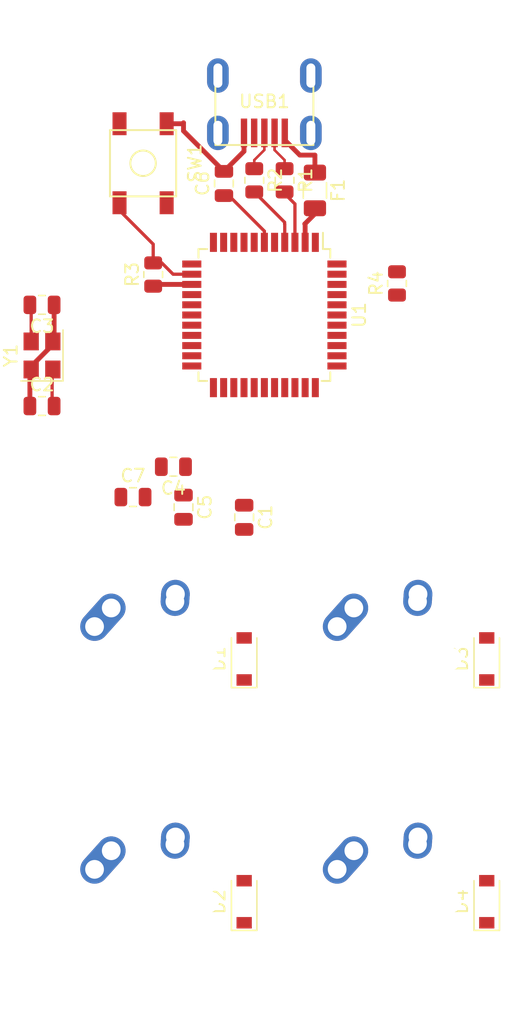
<source format=kicad_pcb>
(kicad_pcb (version 20211014) (generator pcbnew)
  (layers (0 "F.Cu" signal) (31 "B.Cu" signal) (34 "B.Paste" user) (35 "F.Paste" user) (36 "B.SilkS" user "B.Silkscreen") (37 "F.SilkS" user "F.Silkscreen") (38 "B.Mask" user) (39 "F.Mask" user) (44 "Edge.Cuts" user))
  (net 0 "")
  (net 1 "+5V")
  (net 2 "GND")
  (net 3 "Net-(C2-Pad2)")
  (net 4 "Net-(C3-Pad2)")
  (net 5 "Net-(C6-Pad1)")
  (net 6 "ROW0")
  (net 7 "Net-(D1-Pad2)")
  (net 8 "ROW1")
  (net 9 "Net-(D2-Pad2)")
  (net 10 "Net-(D3-Pad2)")
  (net 11 "Net-(D4-Pad2)")
  (net 12 "VCC")
  (net 13 "COL0")
  (net 14 "COL1")
  (net 15 "D-")
  (net 16 "Net-(R1-Pad2)")
  (net 17 "D+")
  (net 18 "Net-(R2-Pad2)")
  (net 19 "Net-(R3-Pad2)")
  (net 20 "Net-(R4-Pad1)")
  (footprint "MX_Alps_Hybrid:MX-1U-NoLED" (layer "F.Cu") (at 117.475 60.325)
    (fp_text reference "MX3")
    (fp_text value "MX-NoLED")
    (pad "" np_thru_hole circle locked (at -5.08 0 48.0996) (size 1.75 1.75) (drill 1.75) (layers *.Cu *.Mask))
    (pad "" np_thru_hole circle locked (at 5.08 0 48.0996) (size 1.75 1.75) (drill 1.75) (layers *.Cu *.Mask))
    (pad "" np_thru_hole circle locked (at 0 0) (size 3.9878 3.9878) (drill 3.9878) (layers *.Cu *.Mask))
    (pad "1" thru_hole circle locked (at -2.5 -4) (size 2.25 2.25) (drill 1.47) (layers *.Cu "B.Mask") (net 14 "COL1"))
    (pad "1" thru_hole oval locked (at -3.81 -2.54 48.0996) (size 4.211556 2.25) (drill 1.47 (offset 0.980778 0)) (layers *.Cu "B.Mask") (net 14 "COL1"))
    (pad "2" thru_hole oval locked (at 2.5 -4.5 86.0548) (size 2.831378 2.25) (drill 1.47 (offset 0.290689 0)) (layers *.Cu "B.Mask") (net 10 "Net-(D3-Pad2)"))
    (pad "2" thru_hole circle locked (at 2.54 -5.08) (size 2.25 2.25) (drill 1.47) (layers *.Cu "B.Mask") (net 10 "Net-(D3-Pad2)"))
  )
  (footprint "Diode_SMD:D_SOD-123" (layer "F.Cu") (at 125.4125 60.325 90)
    (fp_text reference "D3" (at 0 -2 90) (layer "F.SilkS"))
    (fp_text value "D_Small")
    (fp_line (start -2.25 -1) (end 1.65 -1) (layer "F.SilkS") (width 0.12))
    (fp_line (start -2.25 1) (end 1.65 1) (layer "F.SilkS") (width 0.12))
    (fp_line (start -2.25 -1) (end -2.25 1) (layer "F.SilkS") (width 0.12))
    (pad "1" smd rect (at -1.65 0 90) (size 0.9 1.2) (layers "F.Cu" "F.Paste" "F.Mask") (net 6 "ROW0"))
    (pad "2" smd rect (at 1.65 0 90) (size 0.9 1.2) (layers "F.Cu" "F.Paste" "F.Mask") (net 10 "Net-(D3-Pad2)"))
  )
  (footprint "MX_Alps_Hybrid:MX-1U-NoLED" (layer "F.Cu") (at 117.475 79.375)
    (fp_text reference "MX4")
    (fp_text value "MX-NoLED")
    (pad "" np_thru_hole circle locked (at 5.08 0 48.0996) (size 1.75 1.75) (drill 1.75) (layers *.Cu *.Mask))
    (pad "" np_thru_hole circle locked (at 0 0) (size 3.9878 3.9878) (drill 3.9878) (layers *.Cu *.Mask))
    (pad "" np_thru_hole circle locked (at -5.08 0 48.0996) (size 1.75 1.75) (drill 1.75) (layers *.Cu *.Mask))
    (pad "1" thru_hole circle locked (at -2.5 -4) (size 2.25 2.25) (drill 1.47) (layers *.Cu "B.Mask") (net 14 "COL1"))
    (pad "1" thru_hole oval locked (at -3.81 -2.54 48.0996) (size 4.211556 2.25) (drill 1.47 (offset 0.980778 0)) (layers *.Cu "B.Mask") (net 14 "COL1"))
    (pad "2" thru_hole circle locked (at 2.54 -5.08) (size 2.25 2.25) (drill 1.47) (layers *.Cu "B.Mask") (net 11 "Net-(D4-Pad2)"))
    (pad "2" thru_hole oval locked (at 2.5 -4.5 86.0548) (size 2.831378 2.25) (drill 1.47 (offset 0.290689 0)) (layers *.Cu "B.Mask") (net 11 "Net-(D4-Pad2)"))
  )
  (footprint "Capacitor_SMD:C_0805_2012Metric" (layer "F.Cu") (at 106.3625 49.2125 -90)
    (fp_text reference "C1" (at 0 -1.68 90) (layer "F.SilkS"))
    (fp_text value "0.1uF")
    (fp_line (start -0.261252 0.735) (end 0.261252 0.735) (layer "F.SilkS") (width 0.12))
    (fp_line (start -0.261252 -0.735) (end 0.261252 -0.735) (layer "F.SilkS") (width 0.12))
    (pad "1" smd roundrect (at -0.95 0 270) (size 1 1.45) (layers "F.Cu" "F.Paste" "F.Mask") (net 1 "+5V"))
    (pad "2" smd roundrect (at 0.95 0 270) (size 1 1.45) (layers "F.Cu" "F.Paste" "F.Mask") (net 2 "GND"))
  )
  (footprint "Crystal:Crystal_SMD_3225-4Pin_3.2x2.5mm" (layer "F.Cu") (at 90.4875 36.5125 90)
    (fp_text reference "Y1" (at 0 -2.45 90) (layer "F.SilkS"))
    (fp_text value "16MHz")
    (fp_line (start -2 -1.65) (end -2 1.65) (layer "F.SilkS") (width 0.12))
    (fp_line (start -2 1.65) (end 2 1.65) (layer "F.SilkS") (width 0.12))
    (pad "1" smd rect (at -1.1 0.85 90) (size 1.4 1.2) (layers "F.Cu" "F.Paste" "F.Mask") (net 3 "Net-(C2-Pad2)"))
    (pad "2" smd rect (at 1.1 0.85 90) (size 1.4 1.2) (layers "F.Cu" "F.Paste" "F.Mask") (net 2 "GND"))
    (pad "3" smd rect (at 1.1 -0.85 90) (size 1.4 1.2) (layers "F.Cu" "F.Paste" "F.Mask") (net 4 "Net-(C3-Pad2)"))
    (pad "4" smd rect (at -1.1 -0.85 90) (size 1.4 1.2) (layers "F.Cu" "F.Paste" "F.Mask") (net 2 "GND"))
  )
  (footprint "Capacitor_SMD:C_0805_2012Metric" (layer "F.Cu") (at 101.6 48.41875 -90)
    (fp_text reference "C5" (at 0 -1.68 90) (layer "F.SilkS"))
    (fp_text value "0.1uF")
    (fp_line (start -0.261252 0.735) (end 0.261252 0.735) (layer "F.SilkS") (width 0.12))
    (fp_line (start -0.261252 -0.735) (end 0.261252 -0.735) (layer "F.SilkS") (width 0.12))
    (pad "1" smd roundrect (at -0.95 0 270) (size 1 1.45) (layers "F.Cu" "F.Paste" "F.Mask") (net 1 "+5V"))
    (pad "2" smd roundrect (at 0.95 0 270) (size 1 1.45) (layers "F.Cu" "F.Paste" "F.Mask") (net 2 "GND"))
  )
  (footprint "Package_QFP:TQFP-44_10x10mm_P0.8mm" (layer "F.Cu") (at 107.95 33.3375 -90)
    (fp_text reference "U1" (at 0 -7.45 90) (layer "F.SilkS"))
    (fp_text value "ATmega32U4-A")
    (fp_line (start -5.175 -5.175) (end -5.175 -4.6) (layer "F.SilkS") (width 0.15))
    (fp_line (start 5.175 5.175) (end 5.175 4.5) (layer "F.SilkS") (width 0.15))
    (fp_line (start -5.175 5.175) (end -5.175 4.5) (layer "F.SilkS") (width 0.15))
    (fp_line (start -5.175 5.175) (end -4.5 5.175) (layer "F.SilkS") (width 0.15))
    (fp_line (start 5.175 -5.175) (end 4.5 -5.175) (layer "F.SilkS") (width 0.15))
    (fp_line (start -5.175 -5.175) (end -4.5 -5.175) (layer "F.SilkS") (width 0.15))
    (fp_line (start -5.175 -4.6) (end -6.45 -4.6) (layer "F.SilkS") (width 0.15))
    (fp_line (start 5.175 -5.175) (end 5.175 -4.5) (layer "F.SilkS") (width 0.15))
    (fp_line (start 5.175 5.175) (end 4.5 5.175) (layer "F.SilkS") (width 0.15))
    (pad "1" smd rect (at -5.7 -4 270) (size 1.5 0.55) (layers "F.Cu" "F.Paste" "F.Mask"))
    (pad "2" smd rect (at -5.7 -3.2 270) (size 1.5 0.55) (layers "F.Cu" "F.Paste" "F.Mask") (net 1 "+5V"))
    (pad "3" smd rect (at -5.7 -2.4 270) (size 1.5 0.55) (layers "F.Cu" "F.Paste" "F.Mask") (net 16 "Net-(R1-Pad2)"))
    (pad "4" smd rect (at -5.7 -1.6 270) (size 1.5 0.55) (layers "F.Cu" "F.Paste" "F.Mask") (net 18 "Net-(R2-Pad2)"))
    (pad "5" smd rect (at -5.7 -0.8 270) (size 1.5 0.55) (layers "F.Cu" "F.Paste" "F.Mask") (net 2 "GND"))
    (pad "6" smd rect (at -5.7 0 270) (size 1.5 0.55) (layers "F.Cu" "F.Paste" "F.Mask") (net 5 "Net-(C6-Pad1)"))
    (pad "7" smd rect (at -5.7 0.8 270) (size 1.5 0.55) (layers "F.Cu" "F.Paste" "F.Mask") (net 1 "+5V"))
    (pad "8" smd rect (at -5.7 1.6 270) (size 1.5 0.55) (layers "F.Cu" "F.Paste" "F.Mask"))
    (pad "9" smd rect (at -5.7 2.4 270) (size 1.5 0.55) (layers "F.Cu" "F.Paste" "F.Mask"))
    (pad "10" smd rect (at -5.7 3.2 270) (size 1.5 0.55) (layers "F.Cu" "F.Paste" "F.Mask"))
    (pad "11" smd rect (at -5.7 4 270) (size 1.5 0.55) (layers "F.Cu" "F.Paste" "F.Mask"))
    (pad "12" smd rect (at -4 5.7) (size 1.5 0.55) (layers "F.Cu" "F.Paste" "F.Mask"))
    (pad "13" smd rect (at -3.2 5.7) (size 1.5 0.55) (layers "F.Cu" "F.Paste" "F.Mask") (net 19 "Net-(R3-Pad2)"))
    (pad "14" smd rect (at -2.4 5.7) (size 1.5 0.55) (layers "F.Cu" "F.Paste" "F.Mask") (net 1 "+5V"))
    (pad "15" smd rect (at -1.6 5.7) (size 1.5 0.55) (layers "F.Cu" "F.Paste" "F.Mask") (net 2 "GND"))
    (pad "16" smd rect (at -0.8 5.7) (size 1.5 0.55) (layers "F.Cu" "F.Paste" "F.Mask") (net 4 "Net-(C3-Pad2)"))
    (pad "17" smd rect (at 0 5.7) (size 1.5 0.55) (layers "F.Cu" "F.Paste" "F.Mask") (net 3 "Net-(C2-Pad2)"))
    (pad "18" smd rect (at 0.8 5.7) (size 1.5 0.55) (layers "F.Cu" "F.Paste" "F.Mask"))
    (pad "19" smd rect (at 1.6 5.7) (size 1.5 0.55) (layers "F.Cu" "F.Paste" "F.Mask"))
    (pad "20" smd rect (at 2.4 5.7) (size 1.5 0.55) (layers "F.Cu" "F.Paste" "F.Mask"))
    (pad "21" smd rect (at 3.2 5.7) (size 1.5 0.55) (layers "F.Cu" "F.Paste" "F.Mask"))
    (pad "22" smd rect (at 4 5.7) (size 1.5 0.55) (layers "F.Cu" "F.Paste" "F.Mask"))
    (pad "23" smd rect (at 5.7 4 270) (size 1.5 0.55) (layers "F.Cu" "F.Paste" "F.Mask") (net 2 "GND"))
    (pad "24" smd rect (at 5.7 3.2 270) (size 1.5 0.55) (layers "F.Cu" "F.Paste" "F.Mask") (net 1 "+5V"))
    (pad "25" smd rect (at 5.7 2.4 270) (size 1.5 0.55) (layers "F.Cu" "F.Paste" "F.Mask"))
    (pad "26" smd rect (at 5.7 1.6 270) (size 1.5 0.55) (layers "F.Cu" "F.Paste" "F.Mask"))
    (pad "27" smd rect (at 5.7 0.8 270) (size 1.5 0.55) (layers "F.Cu" "F.Paste" "F.Mask"))
    (pad "28" smd rect (at 5.7 0 270) (size 1.5 0.55) (layers "F.Cu" "F.Paste" "F.Mask"))
    (pad "29" smd rect (at 5.7 -0.8 270) (size 1.5 0.55) (layers "F.Cu" "F.Paste" "F.Mask"))
    (pad "30" smd rect (at 5.7 -1.6 270) (size 1.5 0.55) (layers "F.Cu" "F.Paste" "F.Mask"))
    (pad "31" smd rect (at 5.7 -2.4 270) (size 1.5 0.55) (layers "F.Cu" "F.Paste" "F.Mask"))
    (pad "32" smd rect (at 5.7 -3.2 270) (size 1.5 0.55) (layers "F.Cu" "F.Paste" "F.Mask"))
    (pad "33" smd rect (at 5.7 -4 270) (size 1.5 0.55) (layers "F.Cu" "F.Paste" "F.Mask") (net 20 "Net-(R4-Pad1)"))
    (pad "34" smd rect (at 4 -5.7) (size 1.5 0.55) (layers "F.Cu" "F.Paste" "F.Mask") (net 1 "+5V"))
    (pad "35" smd rect (at 3.2 -5.7) (size 1.5 0.55) (layers "F.Cu" "F.Paste" "F.Mask") (net 2 "GND"))
    (pad "36" smd rect (at 2.4 -5.7) (size 1.5 0.55) (layers "F.Cu" "F.Paste" "F.Mask"))
    (pad "37" smd rect (at 1.6 -5.7) (size 1.5 0.55) (layers "F.Cu" "F.Paste" "F.Mask"))
    (pad "38" smd rect (at 0.8 -5.7) (size 1.5 0.55) (layers "F.Cu" "F.Paste" "F.Mask"))
    (pad "39" smd rect (at 0 -5.7) (size 1.5 0.55) (layers "F.Cu" "F.Paste" "F.Mask"))
    (pad "40" smd rect (at -0.8 -5.7) (size 1.5 0.55) (layers "F.Cu" "F.Paste" "F.Mask"))
    (pad "41" smd rect (at -1.6 -5.7) (size 1.5 0.55) (layers "F.Cu" "F.Paste" "F.Mask"))
    (pad "42" smd rect (at -2.4 -5.7) (size 1.5 0.55) (layers "F.Cu" "F.Paste" "F.Mask"))
    (pad "43" smd rect (at -3.2 -5.7) (size 1.5 0.55) (layers "F.Cu" "F.Paste" "F.Mask") (net 2 "GND"))
    (pad "44" smd rect (at -4 -5.7) (size 1.5 0.55) (layers "F.Cu" "F.Paste" "F.Mask") (net 1 "+5V"))
  )
  (footprint "Diode_SMD:D_SOD-123" (layer "F.Cu") (at 106.3625 79.375 90)
    (fp_text reference "D2" (at 0 -2 90) (layer "F.SilkS"))
    (fp_text value "D_Small")
    (fp_line (start -2.25 1) (end 1.65 1) (layer "F.SilkS") (width 0.12))
    (fp_line (start -2.25 -1) (end 1.65 -1) (layer "F.SilkS") (width 0.12))
    (fp_line (start -2.25 -1) (end -2.25 1) (layer "F.SilkS") (width 0.12))
    (pad "1" smd rect (at -1.65 0 90) (size 0.9 1.2) (layers "F.Cu" "F.Paste" "F.Mask") (net 8 "ROW1"))
    (pad "2" smd rect (at 1.65 0 90) (size 0.9 1.2) (layers "F.Cu" "F.Paste" "F.Mask") (net 9 "Net-(D2-Pad2)"))
  )
  (footprint "random-keyboard-parts:SKQG-1155865" (layer "F.Cu") (at 98.425 21.43125 90)
    (fp_text reference "SW1" (at 0 4.064 90) (layer "F.SilkS"))
    (fp_text value "SW_Push")
    (fp_line (start 2.6 2.6) (end -2.6 2.6) (layer "F.SilkS") (width 0.15))
    (fp_line (start -2.6 2.6) (end -2.6 -2.6) (layer "F.SilkS") (width 0.15))
    (fp_line (start -2.6 -2.6) (end 2.6 -2.6) (layer "F.SilkS") (width 0.15))
    (fp_line (start 2.6 -2.6) (end 2.6 2.6) (layer "F.SilkS") (width 0.15))
    (fp_circle (center 0 0) (end 1 0) (layer "F.SilkS") (width 0.15) (fill none))
    (pad "1" smd rect locked (at 3.1 1.85 90) (size 1.8 1.1) (layers "F.Cu" "F.Paste" "F.Mask") (net 2 "GND"))
    (pad "2" smd rect locked (at -3.1 -1.85 90) (size 1.8 1.1) (layers "F.Cu" "F.Paste" "F.Mask") (net 19 "Net-(R3-Pad2)"))
    (pad "3" smd rect locked (at 3.1 -1.85 90) (size 1.8 1.1) (layers "F.Cu" "F.Paste" "F.Mask"))
    (pad "4" smd rect locked (at -3.1 1.85 90) (size 1.8 1.1) (layers "F.Cu" "F.Paste" "F.Mask"))
  )
  (footprint "MX_Alps_Hybrid:MX-1U-NoLED" (layer "F.Cu") (at 98.425 60.325)
    (fp_text reference "MX1")
    (fp_text value "MX-NoLED")
    (pad "" np_thru_hole circle locked (at 5.08 0 48.0996) (size 1.75 1.75) (drill 1.75) (layers *.Cu *.Mask))
    (pad "" np_thru_hole circle locked (at 0 0) (size 3.9878 3.9878) (drill 3.9878) (layers *.Cu *.Mask))
    (pad "" np_thru_hole circle locked (at -5.08 0 48.0996) (size 1.75 1.75) (drill 1.75) (layers *.Cu *.Mask))
    (pad "1" thru_hole circle locked (at -2.5 -4) (size 2.25 2.25) (drill 1.47) (layers *.Cu "B.Mask") (net 13 "COL0"))
    (pad "1" thru_hole oval locked (at -3.81 -2.54 48.0996) (size 4.211556 2.25) (drill 1.47 (offset 0.980778 0)) (layers *.Cu "B.Mask") (net 13 "COL0"))
    (pad "2" thru_hole circle locked (at 2.54 -5.08) (size 2.25 2.25) (drill 1.47) (layers *.Cu "B.Mask") (net 7 "Net-(D1-Pad2)"))
    (pad "2" thru_hole oval locked (at 2.5 -4.5 86.0548) (size 2.831378 2.25) (drill 1.47 (offset 0.290689 0)) (layers *.Cu "B.Mask") (net 7 "Net-(D1-Pad2)"))
  )
  (footprint "Diode_SMD:D_SOD-123" (layer "F.Cu") (at 106.3625 60.325 90)
    (fp_text reference "D1" (at 0 -2 90) (layer "F.SilkS"))
    (fp_text value "D_Small")
    (fp_line (start -2.25 -1) (end 1.65 -1) (layer "F.SilkS") (width 0.12))
    (fp_line (start -2.25 -1) (end -2.25 1) (layer "F.SilkS") (width 0.12))
    (fp_line (start -2.25 1) (end 1.65 1) (layer "F.SilkS") (width 0.12))
    (pad "1" smd rect (at -1.65 0 90) (size 0.9 1.2) (layers "F.Cu" "F.Paste" "F.Mask") (net 6 "ROW0"))
    (pad "2" smd rect (at 1.65 0 90) (size 0.9 1.2) (layers "F.Cu" "F.Paste" "F.Mask") (net 7 "Net-(D1-Pad2)"))
  )
  (footprint "Capacitor_SMD:C_0805_2012Metric" (layer "F.Cu") (at 90.4875 40.48125)
    (fp_text reference "C2" (at 0 -1.68) (layer "F.SilkS"))
    (fp_text value "22pF")
    (fp_line (start -0.261252 -0.735) (end 0.261252 -0.735) (layer "F.SilkS") (width 0.12))
    (fp_line (start -0.261252 0.735) (end 0.261252 0.735) (layer "F.SilkS") (width 0.12))
    (pad "1" smd roundrect (at -0.95 0) (size 1 1.45) (layers "F.Cu" "F.Paste" "F.Mask") (net 2 "GND"))
    (pad "2" smd roundrect (at 0.95 0) (size 1 1.45) (layers "F.Cu" "F.Paste" "F.Mask") (net 3 "Net-(C2-Pad2)"))
  )
  (footprint "random-keyboard-parts:Molex-0548190589" (layer "F.Cu") (at 107.95 14.55 -90)
    (fp_text reference "USB1" (at 2.032 0) (layer "F.SilkS"))
    (fp_text value "Molex-0548190589")
    (fp_line (start 0 3.85) (end 5.45 3.85) (layer "F.SilkS") (width 0.15))
    (fp_line (start 0 -3.85) (end 5.45 -3.85) (layer "F.SilkS") (width 0.15))
    (fp_line (start 5.45 -3.85) (end 5.45 3.85) (layer "F.SilkS") (width 0.15))
    (pad "1" smd rect locked (at 4.5 1.6 270) (size 2.25 0.5) (layers "F.Cu" "F.Paste" "F.Mask") (net 2 "GND"))
    (pad "2" smd rect locked (at 4.5 0.8 270) (size 2.25 0.5) (layers "F.Cu" "F.Paste" "F.Mask"))
    (pad "3" smd rect locked (at 4.5 0 270) (size 2.25 0.5) (layers "F.Cu" "F.Paste" "F.Mask") (net 17 "D+"))
    (pad "4" smd rect locked (at 4.5 -0.8 270) (size 2.25 0.5) (layers "F.Cu" "F.Paste" "F.Mask") (net 15 "D-"))
    (pad "5" smd rect locked (at 4.5 -1.6 270) (size 2.25 0.5) (layers "F.Cu" "F.Paste" "F.Mask") (net 12 "VCC"))
    (pad "6" thru_hole oval locked (at 0 -3.65 270) (size 2.7 1.7) (drill oval 1.9 0.7) (layers *.Cu *.Mask))
    (pad "6" thru_hole oval locked (at 4.5 3.65 270) (size 2.7 1.7) (drill oval 1.9 0.7) (layers *.Cu *.Mask))
    (pad "6" thru_hole oval locked (at 4.5 -3.65 270) (size 2.7 1.7) (drill oval 1.9 0.7) (layers *.Cu *.Mask))
    (pad "6" thru_hole oval locked (at 0 3.65 270) (size 2.7 1.7) (drill oval 1.9 0.7) (layers *.Cu *.Mask))
  )
  (footprint "Capacitor_SMD:C_0805_2012Metric" (layer "F.Cu") (at 104.775 23.01875 90)
    (fp_text reference "C6" (at 0 -1.68 90) (layer "F.SilkS"))
    (fp_text value "1uF")
    (fp_line (start -0.261252 -0.735) (end 0.261252 -0.735) (layer "F.SilkS") (width 0.12))
    (fp_line (start -0.261252 0.735) (end 0.261252 0.735) (layer "F.SilkS") (width 0.12))
    (pad "1" smd roundrect (at -0.95 0 90) (size 1 1.45) (layers "F.Cu" "F.Paste" "F.Mask") (net 5 "Net-(C6-Pad1)"))
    (pad "2" smd roundrect (at 0.95 0 90) (size 1 1.45) (layers "F.Cu" "F.Paste" "F.Mask") (net 2 "GND"))
  )
  (footprint "Capacitor_SMD:C_0805_2012Metric" (layer "F.Cu") (at 90.4875 32.54375 180)
    (fp_text reference "C3" (at 0 -1.68) (layer "F.SilkS"))
    (fp_text value "22pF")
    (fp_line (start -0.261252 0.735) (end 0.261252 0.735) (layer "F.SilkS") (width 0.12))
    (fp_line (start -0.261252 -0.735) (end 0.261252 -0.735) (layer "F.SilkS") (width 0.12))
    (pad "1" smd roundrect (at -0.95 0 180) (size 1 1.45) (layers "F.Cu" "F.Paste" "F.Mask") (net 2 "GND"))
    (pad "2" smd roundrect (at 0.95 0 180) (size 1 1.45) (layers "F.Cu" "F.Paste" "F.Mask") (net 4 "Net-(C3-Pad2)"))
  )
  (footprint "Resistor_SMD:R_0805_2012Metric" (layer "F.Cu") (at 107.15625 22.76975 -90)
    (fp_text reference "R2" (at 0 -1.65 90) (layer "F.SilkS"))
    (fp_text value "22")
    (fp_line (start -0.227064 -0.735) (end 0.227064 -0.735) (layer "F.SilkS") (width 0.12))
    (fp_line (start -0.227064 0.735) (end 0.227064 0.735) (layer "F.SilkS") (width 0.12))
    (pad "1" smd roundrect (at -0.9125 0 270) (size 1.025 1.4) (layers "F.Cu" "F.Paste" "F.Mask") (roundrect_rratio 0.243902) (net 17 "D+"))
    (pad "2" smd roundrect (at 0.9125 0 270) (size 1.025 1.4) (layers "F.Cu" "F.Paste" "F.Mask") (roundrect_rratio 0.243902) (net 18 "Net-(R2-Pad2)"))
  )
  (footprint "Diode_SMD:D_SOD-123" (layer "F.Cu") (at 125.4125 79.375 90)
    (fp_text reference "D4" (at 0 -2 90) (layer "F.SilkS"))
    (fp_text value "D_Small")
    (fp_line (start -2.25 -1) (end -2.25 1) (layer "F.SilkS") (width 0.12))
    (fp_line (start -2.25 1) (end 1.65 1) (layer "F.SilkS") (width 0.12))
    (fp_line (start -2.25 -1) (end 1.65 -1) (layer "F.SilkS") (width 0.12))
    (pad "1" smd rect (at -1.65 0 90) (size 0.9 1.2) (layers "F.Cu" "F.Paste" "F.Mask") (net 8 "ROW1"))
    (pad "2" smd rect (at 1.65 0 90) (size 0.9 1.2) (layers "F.Cu" "F.Paste" "F.Mask") (net 11 "Net-(D4-Pad2)"))
  )
  (footprint "Resistor_SMD:R_0805_2012Metric" (layer "F.Cu") (at 99.21875 30.1625 90)
    (fp_text reference "R3" (at 0 -1.65 90) (layer "F.SilkS"))
    (fp_text value "10k")
    (fp_line (start -0.227064 0.735) (end 0.227064 0.735) (layer "F.SilkS") (width 0.12))
    (fp_line (start -0.227064 -0.735) (end 0.227064 -0.735) (layer "F.SilkS") (width 0.12))
    (pad "1" smd roundrect (at -0.9125 0 90) (size 1.025 1.4) (layers "F.Cu" "F.Paste" "F.Mask") (roundrect_rratio 0.243902) (net 1 "+5V"))
    (pad "2" smd roundrect (at 0.9125 0 90) (size 1.025 1.4) (layers "F.Cu" "F.Paste" "F.Mask") (roundrect_rratio 0.243902) (net 19 "Net-(R3-Pad2)"))
  )
  (footprint "Capacitor_SMD:C_0805_2012Metric" (layer "F.Cu") (at 97.63125 47.625)
    (fp_text reference "C7" (at 0 -1.68) (layer "F.SilkS"))
    (fp_text value "10uF")
    (fp_line (start -0.261252 0.735) (end 0.261252 0.735) (layer "F.SilkS") (width 0.12))
    (fp_line (start -0.261252 -0.735) (end 0.261252 -0.735) (layer "F.SilkS") (width 0.12))
    (pad "1" smd roundrect (at -0.95 0) (size 1 1.45) (layers "F.Cu" "F.Paste" "F.Mask") (net 1 "+5V"))
    (pad "2" smd roundrect (at 0.95 0) (size 1 1.45) (layers "F.Cu" "F.Paste" "F.Mask") (net 2 "GND"))
  )
  (footprint "Capacitor_SMD:C_0805_2012Metric" (layer "F.Cu") (at 100.80625 45.24375 180)
    (fp_text reference "C4" (at 0 -1.68) (layer "F.SilkS"))
    (fp_text value "0.1uF")
    (fp_line (start -0.261252 0.735) (end 0.261252 0.735) (layer "F.SilkS") (width 0.12))
    (fp_line (start -0.261252 -0.735) (end 0.261252 -0.735) (layer "F.SilkS") (width 0.12))
    (pad "1" smd roundrect (at -0.95 0 180) (size 1 1.45) (layers "F.Cu" "F.Paste" "F.Mask") (net 1 "+5V"))
    (pad "2" smd roundrect (at 0.95 0 180) (size 1 1.45) (layers "F.Cu" "F.Paste" "F.Mask") (net 2 "GND"))
  )
  (footprint "MX_Alps_Hybrid:MX-1U-NoLED" (layer "F.Cu") (at 98.425 79.375)
    (fp_text reference "MX2")
    (fp_text value "MX-NoLED")
    (pad "" np_thru_hole circle locked (at -5.08 0 48.0996) (size 1.75 1.75) (drill 1.75) (layers *.Cu *.Mask))
    (pad "" np_thru_hole circle locked (at 5.08 0 48.0996) (size 1.75 1.75) (drill 1.75) (layers *.Cu *.Mask))
    (pad "" np_thru_hole circle locked (at 0 0) (size 3.9878 3.9878) (drill 3.9878) (layers *.Cu *.Mask))
    (pad "1" thru_hole circle locked (at -2.5 -4) (size 2.25 2.25) (drill 1.47) (layers *.Cu "B.Mask") (net 13 "COL0"))
    (pad "1" thru_hole oval locked (at -3.81 -2.54 48.0996) (size 4.211556 2.25) (drill 1.47 (offset 0.980778 0)) (layers *.Cu "B.Mask") (net 13 "COL0"))
    (pad "2" thru_hole oval locked (at 2.5 -4.5 86.0548) (size 2.831378 2.25) (drill 1.47 (offset 0.290689 0)) (layers *.Cu "B.Mask") (net 9 "Net-(D2-Pad2)"))
    (pad "2" thru_hole circle locked (at 2.54 -5.08) (size 2.25 2.25) (drill 1.47) (layers *.Cu "B.Mask") (net 9 "Net-(D2-Pad2)"))
  )
  (footprint "Fuse:Fuse_1206_3216Metric" (layer "F.Cu") (at 111.91875 23.5635 -90)
    (fp_text reference "F1" (at 0 -1.82 90) (layer "F.SilkS"))
    (fp_text value "500mA")
    (fp_line (start -0.602064 -0.91) (end 0.602064 -0.91) (layer "F.SilkS") (width 0.12))
    (fp_line (start -0.602064 0.91) (end 0.602064 0.91) (layer "F.SilkS") (width 0.12))
    (pad "1" smd roundrect (at -1.4 0 270) (size 1.25 1.75) (layers "F.Cu" "F.Paste" "F.Mask") (roundrect_rratio 0.2) (net 12 "VCC"))
    (pad "2" smd roundrect (at 1.4 0 270) (size 1.25 1.75) (layers "F.Cu" "F.Paste" "F.Mask") (roundrect_rratio 0.2) (net 1 "+5V"))
  )
  (footprint "Resistor_SMD:R_0805_2012Metric" (layer "F.Cu") (at 118.364 30.861 90)
    (fp_text reference "R4" (at 0 -1.65 90) (layer "F.SilkS"))
    (fp_text value "10k")
    (fp_line (start -0.227064 0.735) (end 0.227064 0.735) (layer "F.SilkS") (width 0.12))
    (fp_line (start -0.227064 -0.735) (end 0.227064 -0.735) (layer "F.SilkS") (width 0.12))
    (pad "1" smd roundrect (at -0.9125 0 90) (size 1.025 1.4) (layers "F.Cu" "F.Paste" "F.Mask") (roundrect_rratio 0.243902) (net 20 "Net-(R4-Pad1)"))
    (pad "2" smd roundrect (at 0.9125 0 90) (size 1.025 1.4) (layers "F.Cu" "F.Paste" "F.Mask") (roundrect_rratio 0.243902) (net 2 "GND"))
  )
  (footprint "Resistor_SMD:R_0805_2012Metric" (layer "F.Cu") (at 109.5375 22.76975 -90)
    (fp_text reference "R1" (at 0 -1.65 90) (layer "F.SilkS"))
    (fp_text value "22")
    (fp_line (start -0.227064 0.735) (end 0.227064 0.735) (layer "F.SilkS") (width 0.12))
    (fp_line (start -0.227064 -0.735) (end 0.227064 -0.735) (layer "F.SilkS") (width 0.12))
    (pad "1" smd roundrect (at -0.9125 0 270) (size 1.025 1.4) (layers "F.Cu" "F.Paste" "F.Mask") (roundrect_rratio 0.243902) (net 15 "D-"))
    (pad "2" smd roundrect (at 0.9125 0 270) (size 1.025 1.4) (layers "F.Cu" "F.Paste" "F.Mask") (roundrect_rratio 0.243902) (net 16 "Net-(R1-Pad2)"))
  )
  (segment (start 99.35625 30.9375) (end 99.21875 31.075) (width 0.381) (layer "F.Cu") (net 1))
  (segment (start 111.125 26.19375) (end 111.15 26.21875) (width 0.381) (layer "F.Cu") (net 1))
  (segment (start 111.91875 25.4) (end 111.125 26.19375) (width 0.381) (layer "F.Cu") (net 1))
  (segment (start 111.15 26.21875) (end 111.15 27.6375) (width 0.381) (layer "F.Cu") (net 1))
  (segment (start 111.91875 24.9635) (end 111.91875 25.4) (width 0.381) (layer "F.Cu") (net 1))
  (segment (start 102.25 30.9375) (end 99.35625 30.9375) (width 0.381) (layer "F.Cu") (net 1))
  (segment (start 101.6 18.25625) (end 101.525 18.33125) (width 0.381) (layer "F.Cu") (net 2))
  (segment (start 101.525 18.33125) (end 100.275 18.33125) (width 0.381) (layer "F.Cu") (net 2))
  (segment (start 91.4375 32.54375) (end 91.4375 35.3125) (width 0.381) (layer "F.Cu") (net 2))
  (segment (start 106.35 19.05) (end 106.35 20.49375) (width 0.381) (layer "F.Cu") (net 2))
  (segment (start 106.35 19.58225) (end 106.3625 19.59475) (width 0.381) (layer "F.Cu") (net 2))
  (segment (start 106.35 20.49375) (end 104.775 22.06875) (width 0.381) (layer "F.Cu") (net 2))
  (segment (start 91.4375 35.3125) (end 91.3375 35.4125) (width 0.381) (layer "F.Cu") (net 2))
  (segment (start 101.6 18.89375) (end 101.6 18.25625) (width 0.381) (layer "F.Cu") (net 2))
  (segment (start 91.3375 35.4125) (end 91.3375 35.6625) (width 0.381) (layer "F.Cu") (net 2))
  (segment (start 91.3375 35.6625) (end 89.6375 37.3625) (width 0.381) (layer "F.Cu") (net 2))
  (segment (start 104.775 22.06875) (end 101.6 18.89375) (width 0.381) (layer "F.Cu") (net 2))
  (segment (start 106.35 19.05) (end 106.35 19.58225) (width 0.381) (layer "F.Cu") (net 2))
  (segment (start 89.5375 40.48125) (end 89.5375 37.7125) (width 0.381) (layer "F.Cu") (net 2))
  (segment (start 89.6375 37.3625) (end 89.6375 37.6125) (width 0.381) (layer "F.Cu") (net 2))
  (segment (start 89.5375 37.7125) (end 89.6375 37.6125) (width 0.381) (layer "F.Cu") (net 2))
  (segment (start 91.28125 40.325) (end 91.4375 40.48125) (width 0.254) (layer "F.Cu") (net 3))
  (segment (start 91.28125 37.66875) (end 91.28125 40.325) (width 0.254) (layer "F.Cu") (net 3))
  (segment (start 91.3375 37.6125) (end 91.28125 37.66875) (width 0.254) (layer "F.Cu") (net 3))
  (segment (start 89.5375 32.54375) (end 89.6375 32.64375) (width 0.254) (layer "F.Cu") (net 4))
  (segment (start 89.6375 32.64375) (end 89.6375 35.4125) (width 0.254) (layer "F.Cu") (net 4))
  (segment (start 104.775 23.96875) (end 105.16025 23.96875) (width 0.254) (layer "F.Cu") (net 5))
  (segment (start 107.95 26.7585) (end 107.95 27.6375) (width 0.254) (layer "F.Cu") (net 5))
  (segment (start 105.16025 23.96875) (end 107.95 26.7585) (width 0.254) (layer "F.Cu") (net 5))
  (segment (start 110.73325 20.7905) (end 111.91875 20.7905) (width 0.381) (layer "F.Cu") (net 12))
  (segment (start 109.55 19.05) (end 109.55 19.60725) (width 0.381) (layer "F.Cu") (net 12))
  (segment (start 109.55 19.05) (end 109.55 19.925) (width 0.381) (layer "F.Cu") (net 12))
  (segment (start 111.91875 20.7905) (end 111.91875 22.1635) (width 0.381) (layer "F.Cu") (net 12))
  (segment (start 109.55 19.60725) (end 110.73325 20.7905) (width 0.381) (layer "F.Cu") (net 12))
  (segment (start 108.75 19.05) (end 108.75 20.38225) (width 0.2) (layer "F.Cu") (net 15))
  (segment (start 108.75 19.05) (end 108.75 20.39475) (width 0.2) (layer "F.Cu") (net 15))
  (segment (start 108.75 20.38225) (end 108.74375 20.3885) (width 0.2) (layer "F.Cu") (net 15))
  (segment (start 109.5375 21.18225) (end 109.5375 21.85725) (width 0.2) (layer "F.Cu") (net 15))
  (segment (start 108.75 20.39475) (end 109.5375 21.18225) (width 0.2) (layer "F.Cu") (net 15))
  (segment (start 110.35 24.625) (end 110.35 27.6375) (width 0.254) (layer "F.Cu") (net 16))
  (segment (start 109.5375 23.68225) (end 109.5375 23.8125) (width 0.254) (layer "F.Cu") (net 16))
  (segment (start 109.5375 23.8125) (end 110.35 24.625) (width 0.254) (layer "F.Cu") (net 16))
  (segment (start 107.15625 21.18225) (end 107.15625 21.85725) (width 0.2) (layer "F.Cu") (net 17))
  (segment (start 107.95 20.3885) (end 107.15625 21.18225) (width 0.2) (layer "F.Cu") (net 17))
  (segment (start 107.95 19.05) (end 107.95 20.3885) (width 0.2) (layer "F.Cu") (net 17))
  (segment (start 107.15625 23.68225) (end 109.5375 26.0635) (width 0.254) (layer "F.Cu") (net 18))
  (segment (start 109.5375 26.19375) (end 109.55 26.20625) (width 0.254) (layer "F.Cu") (net 18))
  (segment (start 109.55 26.20625) (end 109.55 27.6375) (width 0.254) (layer "F.Cu") (net 18))
  (segment (start 109.5375 26.0635) (end 109.5375 26.19375) (width 0.254) (layer "F.Cu") (net 18))
  (segment (start 99.89375 29.25) (end 100.78125 30.1375) (width 0.254) (layer "F.Cu") (net 19))
  (segment (start 99.21875 27.78125) (end 99.21875 29.25) (width 0.254) (layer "F.Cu") (net 19))
  (segment (start 96.575 24.53125) (end 96.575 25.1375) (width 0.254) (layer "F.Cu") (net 19))
  (segment (start 96.575 25.1375) (end 99.21875 27.78125) (width 0.254) (layer "F.Cu") (net 19))
  (segment (start 100.78125 30.1375) (end 102.25 30.1375) (width 0.254) (layer "F.Cu") (net 19))
  (segment (start 99.21875 29.25) (end 99.89375 29.25) (width 0.254) (layer "F.Cu") (net 19))
)
</source>
